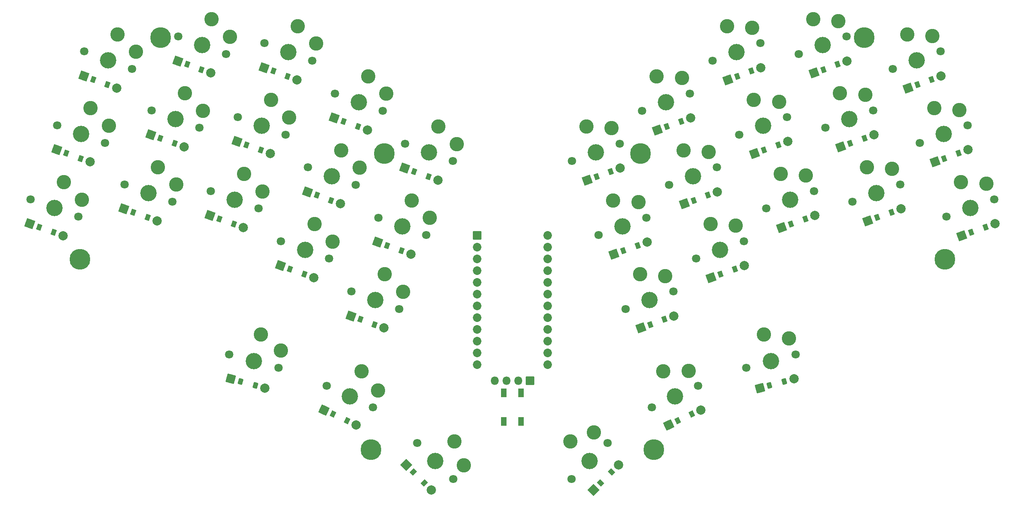
<source format=gbr>
%TF.GenerationSoftware,KiCad,Pcbnew,8.0.1*%
%TF.CreationDate,2024-04-14T13:59:04+09:00*%
%TF.ProjectId,lazyboy36,6c617a79-626f-4793-9336-2e6b69636164,v1.0.0*%
%TF.SameCoordinates,Original*%
%TF.FileFunction,Soldermask,Top*%
%TF.FilePolarity,Negative*%
%FSLAX46Y46*%
G04 Gerber Fmt 4.6, Leading zero omitted, Abs format (unit mm)*
G04 Created by KiCad (PCBNEW 8.0.1) date 2024-04-14 13:59:04*
%MOMM*%
%LPD*%
G01*
G04 APERTURE LIST*
G04 Aperture macros list*
%AMRoundRect*
0 Rectangle with rounded corners*
0 $1 Rounding radius*
0 $2 $3 $4 $5 $6 $7 $8 $9 X,Y pos of 4 corners*
0 Add a 4 corners polygon primitive as box body*
4,1,4,$2,$3,$4,$5,$6,$7,$8,$9,$2,$3,0*
0 Add four circle primitives for the rounded corners*
1,1,$1+$1,$2,$3*
1,1,$1+$1,$4,$5*
1,1,$1+$1,$6,$7*
1,1,$1+$1,$8,$9*
0 Add four rect primitives between the rounded corners*
20,1,$1+$1,$2,$3,$4,$5,0*
20,1,$1+$1,$4,$5,$6,$7,0*
20,1,$1+$1,$6,$7,$8,$9,0*
20,1,$1+$1,$8,$9,$2,$3,0*%
G04 Aperture macros list end*
%ADD10RoundRect,0.050000X-0.550000X0.900000X-0.550000X-0.900000X0.550000X-0.900000X0.550000X0.900000X0*%
%ADD11C,1.801800*%
%ADD12C,3.529000*%
%ADD13C,3.100000*%
%ADD14RoundRect,0.050000X-1.139443X-0.531331X0.531331X-1.139443X1.139443X0.531331X-0.531331X1.139443X0*%
%ADD15RoundRect,0.050000X-0.628074X-0.409907X0.217650X-0.717725X0.628074X0.409907X-0.217650X0.717725X0*%
%ADD16C,2.005000*%
%ADD17C,0.800000*%
%ADD18C,4.500000*%
%ADD19RoundRect,0.050000X-0.531331X-1.139443X1.139443X-0.531331X0.531331X1.139443X-1.139443X0.531331X0*%
%ADD20RoundRect,0.050000X-0.217650X-0.717725X0.628074X-0.409907X0.217650X0.717725X-0.628074X0.409907X0*%
%ADD21RoundRect,0.050000X-0.430000X-1.181415X1.181415X-0.430000X0.430000X1.181415X-1.181415X0.430000X0*%
%ADD22RoundRect,0.050000X-0.154268X-0.733963X0.661409X-0.353606X0.154268X0.733963X-0.661409X0.353606X0*%
%ADD23RoundRect,0.050000X0.000000X-1.257236X1.257236X0.000000X0.000000X1.257236X-1.257236X0.000000X0*%
%ADD24RoundRect,0.050000X0.106066X-0.742462X0.742462X-0.106066X-0.106066X0.742462X-0.742462X0.106066X0*%
%ADD25RoundRect,0.050000X-0.876300X0.876300X-0.876300X-0.876300X0.876300X-0.876300X0.876300X0.876300X0*%
%ADD26C,1.852600*%
%ADD27RoundRect,0.050000X-1.257236X0.000000X0.000000X-1.257236X1.257236X0.000000X0.000000X1.257236X0*%
%ADD28RoundRect,0.050000X-0.742462X-0.106066X-0.106066X-0.742462X0.742462X0.106066X0.106066X0.742462X0*%
%ADD29RoundRect,0.050000X-1.181415X-0.430000X0.430000X-1.181415X1.181415X0.430000X-0.430000X1.181415X0*%
%ADD30RoundRect,0.050000X-0.661409X-0.353606X0.154268X-0.733963X0.661409X0.353606X-0.154268X0.733963X0*%
%ADD31RoundRect,0.050000X-1.088798X-0.628618X0.628618X-1.088798X1.088798X0.628618X-0.628618X1.088798X0*%
%ADD32RoundRect,0.050000X-0.589958X-0.463087X0.279375X-0.696024X0.589958X0.463087X-0.279375X0.696024X0*%
%ADD33RoundRect,0.050000X-0.850000X-0.850000X0.850000X-0.850000X0.850000X0.850000X-0.850000X0.850000X0*%
%ADD34O,1.800000X1.800000*%
%ADD35RoundRect,0.050000X-0.628618X-1.088798X1.088798X-0.628618X0.628618X1.088798X-1.088798X0.628618X0*%
%ADD36RoundRect,0.050000X-0.279375X-0.696024X0.589958X-0.463087X0.279375X0.696024X-0.589958X0.463087X0*%
G04 APERTURE END LIST*
D10*
%TO.C,B1*%
X157595730Y-169805495D03*
X157595726Y-176005492D03*
X153895734Y-169805498D03*
X153895730Y-176005495D03*
%TD*%
D11*
%TO.C,S8*%
X96354346Y-110194788D03*
D12*
X101522655Y-112075899D03*
D13*
X103557678Y-106484729D03*
X107503697Y-110262154D03*
D11*
X106690964Y-113957010D03*
%TD*%
%TO.C,S30*%
X183781786Y-108837045D03*
D13*
X186915075Y-101364766D03*
D12*
X188950098Y-106955936D03*
D13*
X192365989Y-101721987D03*
D11*
X194118410Y-105074827D03*
%TD*%
%TO.C,S15*%
X132577420Y-115929657D03*
D12*
X137745729Y-117810768D03*
D13*
X139780752Y-112219598D03*
X143726771Y-115997023D03*
D11*
X142914038Y-119691879D03*
%TD*%
%TO.C,S21*%
X237945384Y-99764893D03*
D13*
X241078673Y-92292614D03*
D12*
X243113696Y-97883784D03*
D13*
X246529587Y-92649835D03*
D11*
X248282008Y-96002675D03*
%TD*%
D14*
%TO.C,D2*%
X57273094Y-117253912D03*
D15*
X59302831Y-117992675D03*
X62403817Y-119121339D03*
D16*
X64433554Y-119860102D03*
%TD*%
D11*
%TO.C,S35*%
X185904606Y-172884070D03*
D13*
X188374714Y-165167139D03*
D12*
X190889297Y-170559668D03*
D13*
X193836020Y-165047921D03*
D11*
X195873988Y-168235266D03*
%TD*%
D17*
%TO.C,_5*%
X230198802Y-93538899D03*
X230253885Y-92277248D03*
X231051974Y-94469975D03*
X232313625Y-94525058D03*
D18*
X231749293Y-92974567D03*
D17*
X231184961Y-91424076D03*
X232446612Y-91479159D03*
X233244701Y-93671886D03*
X233299784Y-92410235D03*
%TD*%
D19*
%TO.C,D19*%
X252872252Y-135834884D03*
D20*
X254901989Y-135096119D03*
X258002971Y-133967455D03*
D16*
X260032708Y-133228690D03*
%TD*%
D11*
%TO.C,S14*%
X126763082Y-131904420D03*
D12*
X131931391Y-133785531D03*
D13*
X133966414Y-128194361D03*
X137912433Y-131971786D03*
D11*
X137099700Y-135666642D03*
%TD*%
D21*
%TO.C,D35*%
X189549358Y-176701383D03*
D22*
X191506985Y-175788528D03*
X194497797Y-174393888D03*
D16*
X196455424Y-173481033D03*
%TD*%
D14*
%TO.C,D3*%
X63087431Y-101279148D03*
D15*
X65117168Y-102017911D03*
X68218154Y-103146575D03*
D16*
X70247891Y-103885338D03*
%TD*%
D11*
%TO.C,S5*%
X77729785Y-108736883D03*
D12*
X82898094Y-110617994D03*
D13*
X84933117Y-105026824D03*
X88879136Y-108804249D03*
D11*
X88066403Y-112499105D03*
%TD*%
D23*
%TO.C,D36*%
X173295897Y-190760373D03*
D24*
X174823250Y-189233024D03*
X177156700Y-186899570D03*
D16*
X178684053Y-185372221D03*
%TD*%
D11*
%TO.C,S23*%
X223425072Y-112499105D03*
D13*
X226558361Y-105026826D03*
D12*
X228593384Y-110617996D03*
D13*
X232009275Y-105384047D03*
D11*
X233761696Y-108736887D03*
%TD*%
D19*
%TO.C,D20*%
X247057918Y-119860114D03*
D20*
X249087655Y-119121349D03*
X252188637Y-117992685D03*
D16*
X254218374Y-117253920D03*
%TD*%
D19*
%TO.C,D32*%
X177689941Y-139787113D03*
D20*
X179719678Y-139048348D03*
X182820660Y-137919684D03*
D16*
X184850397Y-137180919D03*
%TD*%
D11*
%TO.C,S24*%
X217610720Y-96524322D03*
D13*
X220744009Y-89052043D03*
D12*
X222779032Y-94643213D03*
D13*
X226194923Y-89409264D03*
D11*
X227947344Y-92762104D03*
%TD*%
%TO.C,S16*%
X94556844Y-161510289D03*
D12*
X99869436Y-162933794D03*
D13*
X101409413Y-157186536D03*
X105669640Y-160605669D03*
D11*
X105182028Y-164357299D03*
%TD*%
D19*
%TO.C,D31*%
X183504297Y-155761875D03*
D20*
X185534034Y-155023110D03*
X188635016Y-153894446D03*
D16*
X190664753Y-153155681D03*
%TD*%
D11*
%TO.C,S34*%
X206309435Y-164357305D03*
D12*
X211622028Y-162933801D03*
D13*
X210082057Y-157186541D03*
X215481088Y-158017483D03*
D11*
X216934621Y-161510297D03*
%TD*%
%TO.C,S26*%
X204800490Y-113956998D03*
D13*
X207933779Y-106484719D03*
D12*
X209968802Y-112075889D03*
D13*
X213384693Y-106841940D03*
D11*
X215137114Y-110194780D03*
%TD*%
%TO.C,S27*%
X198986156Y-97982226D03*
D13*
X202119445Y-90509947D03*
D12*
X204154468Y-96101117D03*
D13*
X207570359Y-90867168D03*
D11*
X209322780Y-94220008D03*
%TD*%
D19*
%TO.C,D22*%
X232537589Y-132594322D03*
D20*
X234567326Y-131855557D03*
X237668308Y-130726893D03*
D16*
X239698045Y-129988128D03*
%TD*%
D14*
%TO.C,D4*%
X71793415Y-129988127D03*
D15*
X73823152Y-130726890D03*
X76924138Y-131855554D03*
D16*
X78953875Y-132594317D03*
%TD*%
D19*
%TO.C,D28*%
X198708656Y-144907061D03*
D20*
X200738393Y-144168296D03*
X203839375Y-143039632D03*
D16*
X205869112Y-142300867D03*
%TD*%
D25*
%TO.C,MCU1*%
X148125722Y-135790344D03*
D26*
X148125725Y-138330340D03*
X148125723Y-140870338D03*
X148125725Y-143410340D03*
X148125723Y-145950339D03*
X148125723Y-148490340D03*
X148125724Y-151030340D03*
X148125723Y-153570339D03*
X148125727Y-156110339D03*
X148125723Y-158650342D03*
X148125720Y-161190342D03*
X148125724Y-163730340D03*
X163365722Y-135790340D03*
X163365726Y-138330338D03*
X163365723Y-140870338D03*
X163365719Y-143410341D03*
X163365723Y-145950341D03*
X163365722Y-148490340D03*
X163365723Y-151030340D03*
X163365723Y-153570341D03*
X163365721Y-156110340D03*
X163365723Y-158650342D03*
X163365721Y-161190340D03*
X163365724Y-163730336D03*
%TD*%
D17*
%TO.C,_2*%
X60748638Y-140334568D03*
X61601811Y-139403495D03*
X60803726Y-141596220D03*
X62863463Y-139348407D03*
D18*
X62299131Y-140898900D03*
D17*
X61734799Y-142449393D03*
X63794536Y-140201580D03*
X62996451Y-142394305D03*
X63849624Y-141463232D03*
%TD*%
D14*
%TO.C,D9*%
X102046673Y-99496485D03*
D15*
X104076410Y-100235248D03*
X107177396Y-101363912D03*
D16*
X109207133Y-102102675D03*
%TD*%
D27*
%TO.C,D18*%
X132807418Y-185372216D03*
D28*
X134334767Y-186899569D03*
X136668221Y-189233019D03*
D16*
X138195570Y-190760372D03*
%TD*%
D14*
%TO.C,D8*%
X96232321Y-115471256D03*
D15*
X98262058Y-116210019D03*
X101363044Y-117338683D03*
D16*
X103392781Y-118077446D03*
%TD*%
D19*
%TO.C,D27*%
X202284345Y-102102682D03*
D20*
X204314082Y-101363917D03*
X207415064Y-100235253D03*
D16*
X209444801Y-99496488D03*
%TD*%
D11*
%TO.C,S18*%
X135147939Y-180641678D03*
D13*
X143244309Y-180323475D03*
D12*
X139037025Y-184530765D03*
D13*
X145224211Y-185414652D03*
D11*
X142926111Y-188419852D03*
%TD*%
D19*
%TO.C,D29*%
X192894312Y-128932288D03*
D20*
X194924049Y-128193523D03*
X198025031Y-127064859D03*
D16*
X200054768Y-126326094D03*
%TD*%
D11*
%TO.C,S33*%
X168577419Y-119691872D03*
D13*
X171710708Y-112219593D03*
D12*
X173745731Y-117810763D03*
D13*
X177161622Y-112576814D03*
D11*
X178914043Y-115929654D03*
%TD*%
D19*
%TO.C,D24*%
X220908898Y-100644791D03*
D20*
X222938635Y-99906026D03*
X226039617Y-98777362D03*
D16*
X228069354Y-98038597D03*
%TD*%
D14*
%TO.C,D14*%
X126641059Y-137180913D03*
D15*
X128670796Y-137919676D03*
X131771782Y-139048340D03*
D16*
X133801519Y-139787103D03*
%TD*%
D29*
%TO.C,D17*%
X115036043Y-173481036D03*
D30*
X116993667Y-174393893D03*
X119984483Y-175788531D03*
D16*
X121942107Y-176701388D03*
%TD*%
D11*
%TO.C,S2*%
X57395107Y-111977438D03*
D12*
X62563416Y-113858549D03*
D13*
X64598439Y-108267379D03*
X68544458Y-112044804D03*
D11*
X67731725Y-115739660D03*
%TD*%
%TO.C,S29*%
X189596125Y-124811835D03*
D13*
X192729414Y-117339556D03*
D12*
X194764437Y-122930726D03*
D13*
X198180328Y-117696777D03*
D11*
X199932749Y-121049617D03*
%TD*%
%TO.C,S36*%
X168565354Y-188419851D03*
D13*
X168247151Y-180323481D03*
D12*
X172454441Y-184530765D03*
D13*
X173338328Y-178343579D03*
D11*
X176343528Y-180641679D03*
%TD*%
D14*
%TO.C,D13*%
X120826717Y-153155688D03*
D15*
X122856454Y-153894451D03*
X125957440Y-155023115D03*
D16*
X127987177Y-155761878D03*
%TD*%
D11*
%TO.C,S31*%
X180206095Y-151641438D03*
D13*
X183339384Y-144169159D03*
D12*
X185374407Y-149760329D03*
D13*
X188790298Y-144526380D03*
D11*
X190542719Y-147879220D03*
%TD*%
%TO.C,S19*%
X249574076Y-131714451D03*
D13*
X252707365Y-124242172D03*
D12*
X254742388Y-129833342D03*
D13*
X258158279Y-124599393D03*
D11*
X259910700Y-127952233D03*
%TD*%
%TO.C,S1*%
X51580765Y-127952229D03*
D12*
X56749074Y-129833340D03*
D13*
X58784097Y-124242170D03*
X62730116Y-128019595D03*
D11*
X61917383Y-131714451D03*
%TD*%
D31*
%TO.C,D16*%
X94895174Y-166777329D03*
D32*
X96981573Y-167336378D03*
X100169129Y-168190478D03*
D16*
X102255528Y-168749527D03*
%TD*%
D14*
%TO.C,D11*%
X111436688Y-126326077D03*
D15*
X113466425Y-127064840D03*
X116567411Y-128193504D03*
D16*
X118597148Y-128932267D03*
%TD*%
D11*
%TO.C,S25*%
X210614840Y-129931770D03*
D13*
X213748129Y-122459491D03*
D12*
X215783152Y-128050661D03*
D13*
X219199043Y-122816712D03*
D11*
X220951464Y-126169552D03*
%TD*%
D14*
%TO.C,D1*%
X51458747Y-133228697D03*
D15*
X53488484Y-133967460D03*
X56589470Y-135096124D03*
D16*
X58619207Y-135834887D03*
%TD*%
D19*
%TO.C,D23*%
X226723247Y-116619544D03*
D20*
X228752984Y-115880779D03*
X231853966Y-114752115D03*
D16*
X233883703Y-114013350D03*
%TD*%
D19*
%TO.C,D30*%
X187079969Y-112957495D03*
D20*
X189109706Y-112218730D03*
X192210688Y-111090066D03*
D16*
X194240425Y-110351301D03*
%TD*%
D19*
%TO.C,D21*%
X241243573Y-103885329D03*
D20*
X243273310Y-103146564D03*
X246374292Y-102017900D03*
D16*
X248404029Y-101279135D03*
%TD*%
D33*
%TO.C,OLED1*%
X159545735Y-167160318D03*
D34*
X157005737Y-167160316D03*
X154465736Y-167160319D03*
X151925734Y-167160315D03*
%TD*%
D11*
%TO.C,S6*%
X83544124Y-92762107D03*
D12*
X88712433Y-94643218D03*
D13*
X90747456Y-89052048D03*
X94693475Y-92829473D03*
D11*
X93880742Y-96524329D03*
%TD*%
D17*
%TO.C,_1*%
X78191675Y-92410243D03*
X79044848Y-91479170D03*
X78246763Y-93671895D03*
X80306500Y-91424082D03*
D18*
X79742168Y-92974575D03*
D17*
X79177836Y-94525068D03*
X81237573Y-92277255D03*
X80439488Y-94469980D03*
X81292661Y-93538907D03*
%TD*%
D14*
%TO.C,D12*%
X117251023Y-110351311D03*
D15*
X119280760Y-111090074D03*
X122381746Y-112218738D03*
D16*
X124411483Y-112957501D03*
%TD*%
D14*
%TO.C,D7*%
X90417980Y-131446024D03*
D15*
X92447717Y-132184787D03*
X95548703Y-133313451D03*
D16*
X97578440Y-134052214D03*
%TD*%
D11*
%TO.C,S17*%
X115617477Y-168235264D03*
D12*
X120602168Y-170559665D03*
D13*
X123116750Y-165167135D03*
X126718529Y-169274104D03*
D11*
X125586859Y-172884066D03*
%TD*%
D19*
%TO.C,D33*%
X171875605Y-123812318D03*
D20*
X173905342Y-123073553D03*
X177006324Y-121944889D03*
D16*
X179036061Y-121206124D03*
%TD*%
D17*
%TO.C,_4*%
X123671277Y-181369525D03*
X123616195Y-182631175D03*
X124602354Y-180516354D03*
X125864004Y-180571436D03*
D18*
X125166685Y-182066844D03*
D17*
X124469366Y-183562252D03*
X125731016Y-183617334D03*
X126717175Y-181502513D03*
X126662093Y-182764163D03*
%TD*%
D11*
%TO.C,S32*%
X174391759Y-135666664D03*
D13*
X177525048Y-128194385D03*
D12*
X179560071Y-133785555D03*
D13*
X182975962Y-128551606D03*
D11*
X184728383Y-131904446D03*
%TD*%
%TO.C,S20*%
X243759731Y-115739658D03*
D13*
X246893020Y-108267379D03*
D12*
X248928043Y-113858549D03*
D13*
X252343934Y-108624600D03*
D11*
X254096355Y-111977440D03*
%TD*%
D17*
%TO.C,_3*%
X126540926Y-117457172D03*
X127394099Y-116526099D03*
X126596014Y-118718824D03*
X128655751Y-116471011D03*
D18*
X128091419Y-118021504D03*
D17*
X127527087Y-119571997D03*
X129586824Y-117324184D03*
X128788739Y-119516909D03*
X129641912Y-118585836D03*
%TD*%
D11*
%TO.C,S13*%
X120948740Y-147879207D03*
D12*
X126117049Y-149760318D03*
D13*
X128152072Y-144169148D03*
X132098091Y-147946573D03*
D11*
X131285358Y-151641429D03*
%TD*%
D17*
%TO.C,_6*%
X247641830Y-141463225D03*
X247696913Y-140201574D03*
X248495002Y-142394301D03*
X249756653Y-142449384D03*
D18*
X249192321Y-140898893D03*
D17*
X248627989Y-139348402D03*
X249889640Y-139403485D03*
X250687729Y-141596212D03*
X250742812Y-140334561D03*
%TD*%
D11*
%TO.C,S3*%
X63209462Y-96002674D03*
D12*
X68377771Y-97883785D03*
D13*
X70412794Y-92292615D03*
X74358813Y-96070040D03*
D11*
X73546080Y-99764896D03*
%TD*%
D19*
%TO.C,D25*%
X213913024Y-134052224D03*
D20*
X215942761Y-133313459D03*
X219043743Y-132184795D03*
D16*
X221073480Y-131446030D03*
%TD*%
D14*
%TO.C,D10*%
X105622342Y-142300863D03*
D15*
X107652079Y-143039626D03*
X110753065Y-144168290D03*
D16*
X112782802Y-144907053D03*
%TD*%
D11*
%TO.C,S9*%
X102168689Y-94219997D03*
D12*
X107336998Y-96101108D03*
D13*
X109372021Y-90509938D03*
X113318040Y-94287363D03*
D11*
X112505307Y-97982219D03*
%TD*%
%TO.C,S10*%
X105744373Y-137024377D03*
D12*
X110912682Y-138905488D03*
D13*
X112947705Y-133314318D03*
X116893724Y-137091743D03*
D11*
X116080991Y-140786599D03*
%TD*%
D14*
%TO.C,D5*%
X77607751Y-114013359D03*
D15*
X79637488Y-114752122D03*
X82738474Y-115880786D03*
D16*
X84768211Y-116619549D03*
%TD*%
D11*
%TO.C,S11*%
X111558714Y-121049603D03*
D12*
X116727023Y-122930714D03*
D13*
X118762046Y-117339544D03*
X122708065Y-121116969D03*
D11*
X121895332Y-124811825D03*
%TD*%
D14*
%TO.C,D15*%
X132455398Y-121206137D03*
D15*
X134485135Y-121944900D03*
X137586121Y-123073564D03*
D16*
X139615858Y-123812327D03*
%TD*%
D17*
%TO.C,_8*%
X184829380Y-182764170D03*
X184774293Y-181502518D03*
X185760454Y-183617343D03*
X185627466Y-180571444D03*
D18*
X186324786Y-182066850D03*
D17*
X187022106Y-183562256D03*
X186889118Y-180516357D03*
X187875279Y-182631182D03*
X187820192Y-181369530D03*
%TD*%
D14*
%TO.C,D6*%
X83422103Y-98038594D03*
D15*
X85451840Y-98777357D03*
X88552826Y-99906021D03*
D16*
X90582563Y-100644784D03*
%TD*%
D11*
%TO.C,S22*%
X229239408Y-128473880D03*
D13*
X232372697Y-121001601D03*
D12*
X234407720Y-126592771D03*
D13*
X237823611Y-121358822D03*
D11*
X239576032Y-124711662D03*
%TD*%
%TO.C,S4*%
X71915437Y-124711661D03*
D12*
X77083746Y-126592772D03*
D13*
X79118769Y-121001602D03*
X83064788Y-124779027D03*
D11*
X82252055Y-128473883D03*
%TD*%
%TO.C,S28*%
X195410470Y-140786608D03*
D13*
X198543759Y-133314329D03*
D12*
X200578782Y-138905499D03*
D13*
X203994673Y-133671550D03*
D11*
X205747094Y-137024390D03*
%TD*%
D19*
%TO.C,D26*%
X208098674Y-118077446D03*
D20*
X210128411Y-117338681D03*
X213229393Y-116210017D03*
D16*
X215259130Y-115471252D03*
%TD*%
D11*
%TO.C,S7*%
X90540009Y-126169548D03*
D12*
X95708318Y-128050659D03*
D13*
X97743341Y-122459489D03*
X101689360Y-126236914D03*
D11*
X100876627Y-129931770D03*
%TD*%
D17*
%TO.C,_7*%
X181849545Y-118585843D03*
X181904628Y-117324192D03*
X182702717Y-119516919D03*
X183964368Y-119572002D03*
D18*
X183400036Y-118021511D03*
D17*
X182835704Y-116471020D03*
X184097355Y-116526103D03*
X184895444Y-118718830D03*
X184950527Y-117457179D03*
%TD*%
D35*
%TO.C,D34*%
X209235946Y-168749516D03*
D36*
X211322347Y-168190465D03*
X214509899Y-167336363D03*
D16*
X216596300Y-166777312D03*
%TD*%
D11*
%TO.C,S12*%
X117373063Y-105074825D03*
D12*
X122541372Y-106955936D03*
D13*
X124576395Y-101364766D03*
X128522414Y-105142191D03*
D11*
X127709681Y-108837047D03*
%TD*%
M02*

</source>
